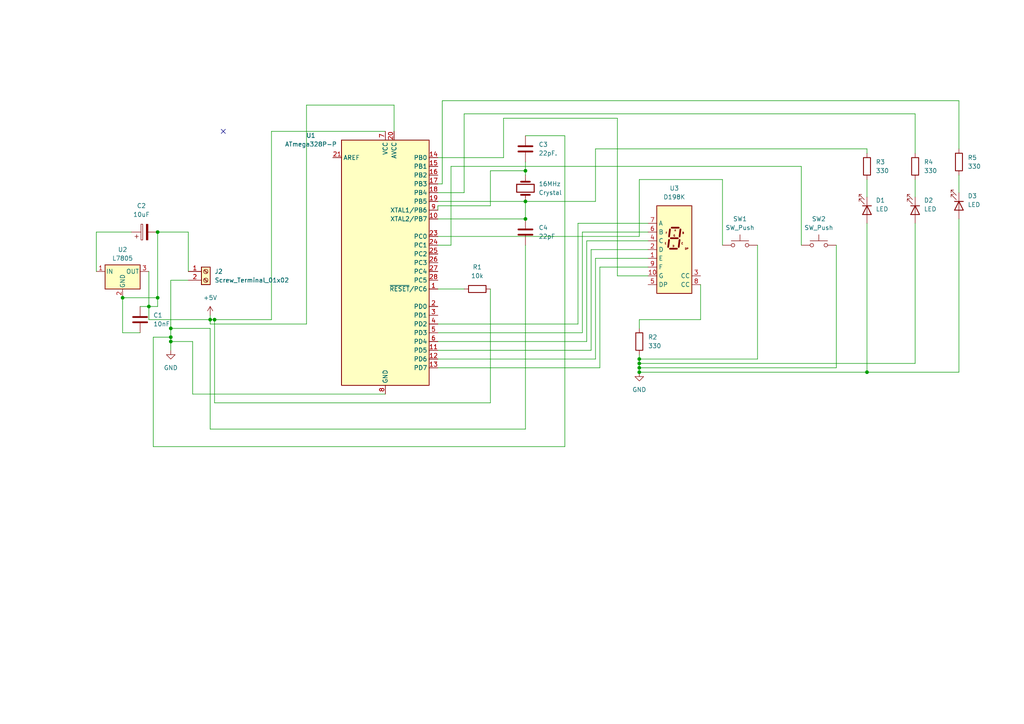
<source format=kicad_sch>
(kicad_sch (version 20250114) (generator "eeschema") (generator_version "9.0")
  (paper "A4")
  (lib_symbols
    (symbol "Connector:Screw_Terminal_01x02" (pin_names (offset 1.016) (hide yes))
      (property "Reference" "J" (at 0 2.54 0))
      (property "Value" "Screw_Terminal_01x02" (at 0 -5.08 0))
      (symbol "Screw_Terminal_01x02_1_1"
        (rectangle (start -1.27 1.27) (end 1.27 -3.81) (stroke (width 0.254)) (fill (type background)))
        (polyline (pts (xy -0.5334 0.3302) (xy 0.3302 -0.508)) (stroke (width 0.1524)))
        (polyline (pts (xy -0.5334 -2.2098) (xy 0.3302 -3.048)) (stroke (width 0.1524)))
        (polyline (pts (xy -0.3556 0.508) (xy 0.508 -0.3302)) (stroke (width 0.1524)))
        (polyline (pts (xy -0.3556 -2.032) (xy 0.508 -2.8702)) (stroke (width 0.1524)))
        (circle (center 0 0) (radius 0.635) (stroke (width 0.1524)))
        (circle (center 0 -2.54) (radius 0.635) (stroke (width 0.1524)))
        (pin passive line (at -5.08 0 0) (length 3.81) (name "Pin_1") (number "1"))
        (pin passive line (at -5.08 -2.54 0) (length 3.81) (name "Pin_2") (number "2"))
      )
    )
    (symbol "Device:C" (pin_numbers (hide yes)) (pin_names (offset 0.254))
      (property "Reference" "C" (at 0.635 2.54 0))
      (property "Value" "C" (at 0.635 -2.54 0))
      (symbol "C_0_1"
        (polyline (pts (xy -2.032 0.762) (xy 2.032 0.762)) (stroke (width 0.508)))
        (polyline (pts (xy -2.032 -0.762) (xy 2.032 -0.762)) (stroke (width 0.508)))
      )
      (symbol "C_1_1"
        (pin passive line (at 0 3.81 270) (length 2.794) (name "~") (number "1"))
        (pin passive line (at 0 -3.81 90) (length 2.794) (name "~") (number "2"))
      )
    )
    (symbol "Device:C_Polarized" (pin_numbers (hide yes)) (pin_names (offset 0.254))
      (property "Reference" "C" (at 0.635 2.54 0))
      (property "Value" "C_Polarized" (at 0.635 -2.54 0))
      (symbol "C_Polarized_0_1"
        (rectangle (start -2.286 0.508) (end 2.286 1.016))
        (polyline (pts (xy -1.778 2.286) (xy -0.762 2.286)))
        (polyline (pts (xy -1.27 2.794) (xy -1.27 1.778)))
        (rectangle (start 2.286 -0.508) (end -2.286 -1.016) (fill (type outline)))
      )
      (symbol "C_Polarized_1_1"
        (pin passive line (at 0 3.81 270) (length 2.794) (name "~") (number "1"))
        (pin passive line (at 0 -3.81 90) (length 2.794) (name "~") (number "2"))
      )
    )
    (symbol "Device:Crystal" (pin_numbers (hide yes)) (pin_names (offset 1.016) (hide yes))
      (property "Reference" "Y" (at 0 3.81 0))
      (property "Value" "Crystal" (at 0 -3.81 0))
      (symbol "Crystal_0_1"
        (polyline (pts (xy -2.54 0) (xy -1.905 0)))
        (polyline (pts (xy -1.905 -1.27) (xy -1.905 1.27)) (stroke (width 0.508)))
        (rectangle (start -1.143 2.54) (end 1.143 -2.54) (stroke (width 0.3048)))
        (polyline (pts (xy 1.905 -1.27) (xy 1.905 1.27)) (stroke (width 0.508)))
        (polyline (pts (xy 2.54 0) (xy 1.905 0)))
      )
      (symbol "Crystal_1_1"
        (pin passive line (at -3.81 0 0) (length 1.27) (name "1") (number "1"))
        (pin passive line (at 3.81 0 180) (length 1.27) (name "2") (number "2"))
      )
    )
    (symbol "Device:LED" (pin_numbers (hide yes)) (pin_names (offset 1.016) (hide yes))
      (property "Reference" "D" (at 0 2.54 0))
      (property "Value" "LED" (at 0 -2.54 0))
      (symbol "LED_0_1"
        (polyline (pts (xy -3.048 -0.762) (xy -4.572 -2.286) (xy -3.81 -2.286) (xy -4.572 -2.286) (xy -4.572 -1.524)))
        (polyline (pts (xy -1.778 -0.762) (xy -3.302 -2.286) (xy -2.54 -2.286) (xy -3.302 -2.286) (xy -3.302 -1.524)))
        (polyline (pts (xy -1.27 0) (xy 1.27 0)))
        (polyline (pts (xy -1.27 -1.27) (xy -1.27 1.27)) (stroke (width 0.254)))
        (polyline (pts (xy 1.27 -1.27) (xy 1.27 1.27) (xy -1.27 0) (xy 1.27 -1.27)) (stroke (width 0.254)))
      )
      (symbol "LED_1_1"
        (pin passive line (at -3.81 0 0) (length 2.54) (name "K") (number "1"))
        (pin passive line (at 3.81 0 180) (length 2.54) (name "A") (number "2"))
      )
    )
    (symbol "Device:R" (pin_numbers (hide yes)) (pin_names (offset 0))
      (property "Reference" "R" (at 2.032 0 90))
      (property "Value" "R" (at 0 0 90))
      (symbol "R_0_1"
        (rectangle (start -1.016 -2.54) (end 1.016 2.54) (stroke (width 0.254)))
      )
      (symbol "R_1_1"
        (pin passive line (at 0 3.81 270) (length 1.27) (name "~") (number "1"))
        (pin passive line (at 0 -3.81 90) (length 1.27) (name "~") (number "2"))
      )
    )
    (symbol "Display_Character:D198K"
      (property "Reference" "U" (at -2.54 13.97 0))
      (property "Value" "D198K" (at 1.27 13.97 0))
      (symbol "D198K_0_0"
        (text "E" (at -2.54 1.778 0) (effects (font (size 0.508 0.508))))
        (text "F" (at -2.286 4.826 0) (effects (font (size 0.508 0.508))))
        (text "D" (at -0.254 1.016 0) (effects (font (size 0.508 0.508))))
        (text "G" (at 0 4.064 0) (effects (font (size 0.508 0.508))))
        (text "A" (at 0.254 5.588 0) (effects (font (size 0.508 0.508))))
        (text "C" (at 2.286 1.778 0) (effects (font (size 0.508 0.508))))
        (text "B" (at 2.54 4.826 0) (effects (font (size 0.508 0.508))))
        (text "DP" (at 3.556 0.254 0) (effects (font (size 0.508 0.508))))
      )
      (symbol "D198K_0_1"
        (rectangle (start -5.08 12.7) (end 5.08 -12.7) (stroke (width 0.254)) (fill (type background)))
        (polyline (pts (xy -1.524 2.794) (xy -1.778 0.762)) (stroke (width 0.508)))
        (polyline (pts (xy -1.27 5.842) (xy -1.524 3.81)) (stroke (width 0.508)))
        (polyline (pts (xy -1.27 0.254) (xy 0.762 0.254)) (stroke (width 0.508)))
        (polyline (pts (xy -1.016 3.302) (xy 1.016 3.302)) (stroke (width 0.508)))
        (polyline (pts (xy -0.762 6.35) (xy 1.27 6.35)) (stroke (width 0.508)))
        (polyline (pts (xy 1.524 2.794) (xy 1.27 0.762)) (stroke (width 0.508)))
        (polyline (pts (xy 1.778 5.842) (xy 1.524 3.81)) (stroke (width 0.508)))
        (polyline (pts (xy 2.54 0.254) (xy 2.54 0.254)) (stroke (width 0.508)))
      )
      (symbol "D198K_1_1"
        (pin input line (at -7.62 7.62 0) (length 2.54) (name "A") (number "7"))
        (pin input line (at -7.62 5.08 0) (length 2.54) (name "B") (number "6"))
        (pin input line (at -7.62 2.54 0) (length 2.54) (name "C") (number "4"))
        (pin input line (at -7.62 0 0) (length 2.54) (name "D") (number "2"))
        (pin input line (at -7.62 -2.54 0) (length 2.54) (name "E") (number "1"))
        (pin input line (at -7.62 -5.08 0) (length 2.54) (name "F") (number "9"))
        (pin input line (at -7.62 -7.62 0) (length 2.54) (name "G") (number "10"))
        (pin input line (at -7.62 -10.16 0) (length 2.54) (name "DP") (number "5"))
        (pin input line (at 7.62 -7.62 180) (length 2.54) (name "CC") (number "3"))
        (pin input line (at 7.62 -10.16 180) (length 2.54) (name "CC") (number "8"))
      )
    )
    (symbol "MCU_Microchip_ATmega:ATmega328P-P"
      (property "Reference" "U" (at -12.7 36.83 0))
      (property "Value" "ATmega328P-P" (at 2.54 -36.83 0))
      (symbol "ATmega328P-P_0_1"
        (rectangle (start -12.7 -35.56) (end 12.7 35.56) (stroke (width 0.254)) (fill (type background)))
      )
      (symbol "ATmega328P-P_1_1"
        (pin passive line (at -15.24 30.48 0) (length 2.54) (name "AREF") (number "21"))
        (pin power_in line (at 0 38.1 270) (length 2.54) (name "VCC") (number "7"))
        (pin passive line (at 0 -38.1 90) (length 2.54) (hide yes) (name "GND") (number "22"))
        (pin power_in line (at 0 -38.1 90) (length 2.54) (name "GND") (number "8"))
        (pin power_in line (at 2.54 38.1 270) (length 2.54) (name "AVCC") (number "20"))
        (pin bidirectional line (at 15.24 30.48 180) (length 2.54) (name "PB0") (number "14"))
        (pin bidirectional line (at 15.24 27.94 180) (length 2.54) (name "PB1") (number "15"))
        (pin bidirectional line (at 15.24 25.4 180) (length 2.54) (name "PB2") (number "16"))
        (pin bidirectional line (at 15.24 22.86 180) (length 2.54) (name "PB3") (number "17"))
        (pin bidirectional line (at 15.24 20.32 180) (length 2.54) (name "PB4") (number "18"))
        (pin bidirectional line (at 15.24 17.78 180) (length 2.54) (name "PB5") (number "19"))
        (pin bidirectional line (at 15.24 15.24 180) (length 2.54) (name "XTAL1/PB6") (number "9"))
        (pin bidirectional line (at 15.24 12.7 180) (length 2.54) (name "XTAL2/PB7") (number "10"))
        (pin bidirectional line (at 15.24 7.62 180) (length 2.54) (name "PC0") (number "23"))
        (pin bidirectional line (at 15.24 5.08 180) (length 2.54) (name "PC1") (number "24"))
        (pin bidirectional line (at 15.24 2.54 180) (length 2.54) (name "PC2") (number "25"))
        (pin bidirectional line (at 15.24 0 180) (length 2.54) (name "PC3") (number "26"))
        (pin bidirectional line (at 15.24 -2.54 180) (length 2.54) (name "PC4") (number "27"))
        (pin bidirectional line (at 15.24 -5.08 180) (length 2.54) (name "PC5") (number "28"))
        (pin bidirectional line (at 15.24 -7.62 180) (length 2.54) (name "~{RESET}/PC6") (number "1"))
        (pin bidirectional line (at 15.24 -12.7 180) (length 2.54) (name "PD0") (number "2"))
        (pin bidirectional line (at 15.24 -15.24 180) (length 2.54) (name "PD1") (number "3"))
        (pin bidirectional line (at 15.24 -17.78 180) (length 2.54) (name "PD2") (number "4"))
        (pin bidirectional line (at 15.24 -20.32 180) (length 2.54) (name "PD3") (number "5"))
        (pin bidirectional line (at 15.24 -22.86 180) (length 2.54) (name "PD4") (number "6"))
        (pin bidirectional line (at 15.24 -25.4 180) (length 2.54) (name "PD5") (number "11"))
        (pin bidirectional line (at 15.24 -27.94 180) (length 2.54) (name "PD6") (number "12"))
        (pin bidirectional line (at 15.24 -30.48 180) (length 2.54) (name "PD7") (number "13"))
      )
    )
    (symbol "Regulator_Linear:L7805" (pin_names (offset 0.254))
      (property "Reference" "U" (at -3.81 3.175 0))
      (property "Value" "L7805" (at 0 3.175 0))
      (symbol "L7805_0_1"
        (rectangle (start -5.08 1.905) (end 5.08 -5.08) (stroke (width 0.254)) (fill (type background)))
      )
      (symbol "L7805_1_1"
        (pin power_in line (at -7.62 0 0) (length 2.54) (name "IN") (number "1"))
        (pin power_in line (at 0 -7.62 90) (length 2.54) (name "GND") (number "2"))
        (pin power_out line (at 7.62 0 180) (length 2.54) (name "OUT") (number "3"))
      )
    )
    (symbol "Switch:SW_Push" (pin_numbers (hide yes)) (pin_names (offset 1.016) (hide yes))
      (property "Reference" "SW" (at 1.27 2.54 0))
      (property "Value" "SW_Push" (at 0 -1.524 0))
      (symbol "SW_Push_0_1"
        (circle (center -2.032 0) (radius 0.508))
        (polyline (pts (xy 0 1.27) (xy 0 3.048)))
        (circle (center 2.032 0) (radius 0.508))
        (polyline (pts (xy 2.54 1.27) (xy -2.54 1.27)))
        (pin passive line (at -5.08 0 0) (length 2.54) (name "1") (number "1"))
        (pin passive line (at 5.08 0 180) (length 2.54) (name "2") (number "2"))
      )
    )
    (symbol "power:+5V" (power) (pin_numbers (hide yes)) (pin_names (offset 0) (hide yes))
      (property "Value" "+5V" (at 0 3.556 0))
      (symbol "+5V_0_1"
        (polyline (pts (xy -0.762 1.27) (xy 0 2.54)))
        (polyline (pts (xy 0 2.54) (xy 0.762 1.27)))
        (polyline (pts (xy 0 0) (xy 0 2.54)))
      )
      (symbol "+5V_1_1"
        (pin power_in line (at 0 0 90) (length 0) (name "~") (number "1"))
      )
    )
    (symbol "power:GND" (power) (pin_numbers (hide yes)) (pin_names (offset 0) (hide yes))
      (property "Value" "GND" (at 0 -3.81 0))
      (symbol "GND_0_1"
        (polyline (pts (xy 0 0) (xy 0 -1.27) (xy 1.27 -1.27) (xy 0 -2.54) (xy -1.27 -1.27) (xy 0 -1.27)))
      )
      (symbol "GND_1_1"
        (pin power_in line (at 0 0 270) (length 0) (name "~") (number "1"))
      )
    )
  )
  (junction (at 62.23 92.71))
  (junction (at 49.53 99.06))
  (junction (at 49.53 95.25))
  (junction (at 60.96 92.71))
  (junction (at 43.18 88.9))
  (junction (at 251.46 107.95))
  (junction (at 45.72 86.36))
  (junction (at 185.42 104.14))
  (junction (at 49.53 97.79))
  (junction (at 185.42 105.41))
  (junction (at 152.4 49.53))
  (junction (at 152.4 63.5))
  (junction (at 152.4 58.42))
  (junction (at 185.42 107.95))
  (junction (at 35.56 86.36))
  (junction (at 185.42 106.68))
  (junction (at 45.72 67.31))
  (no_connect (at 64.77 38.1))
  (wire (pts (xy 163.83 129.54) (xy 44.45 129.54)))
  (wire (pts (xy 60.96 93.98) (xy 88.9 93.98)))
  (wire (pts (xy 265.43 64.77) (xy 265.43 105.41)))
  (wire (pts (xy 128.27 53.34) (xy 128.27 29.21)))
  (wire (pts (xy 127 68.58) (xy 185.42 68.58)))
  (wire (pts (xy 60.96 92.71) (xy 60.96 91.44)))
  (wire (pts (xy 142.24 116.84) (xy 62.23 116.84)))
  (wire (pts (xy 152.4 49.53) (xy 152.4 50.8)))
  (wire (pts (xy 54.61 67.31) (xy 45.72 67.31)))
  (wire (pts (xy 43.18 88.9) (xy 40.64 88.9)))
  (wire (pts (xy 185.42 102.87) (xy 185.42 104.14)))
  (wire (pts (xy 127 63.5) (xy 152.4 63.5)))
  (wire (pts (xy 127 53.34) (xy 128.27 53.34)))
  (wire (pts (xy 163.83 39.37) (xy 163.83 129.54)))
  (wire (pts (xy 152.4 46.99) (xy 152.4 49.53)))
  (wire (pts (xy 185.42 106.68) (xy 185.42 107.95)))
  (wire (pts (xy 142.24 49.53) (xy 152.4 49.53)))
  (wire (pts (xy 265.43 33.02) (xy 134.62 33.02)))
  (wire (pts (xy 127 101.6) (xy 171.45 101.6)))
  (wire (pts (xy 127 99.06) (xy 170.18 99.06)))
  (wire (pts (xy 170.18 69.85) (xy 187.96 69.85)))
  (wire (pts (xy 251.46 64.77) (xy 251.46 107.95)))
  (wire (pts (xy 170.18 99.06) (xy 170.18 69.85)))
  (wire (pts (xy 134.62 55.88) (xy 127 55.88)))
  (wire (pts (xy 168.91 67.31) (xy 187.96 67.31)))
  (wire (pts (xy 127 59.69) (xy 127 60.96)))
  (wire (pts (xy 185.42 107.95) (xy 251.46 107.95)))
  (wire (pts (xy 265.43 105.41) (xy 185.42 105.41)))
  (wire (pts (xy 219.71 104.14) (xy 185.42 104.14)))
  (wire (pts (xy 49.53 81.28) (xy 49.53 95.25)))
  (wire (pts (xy 167.64 93.98) (xy 167.64 64.77)))
  (wire (pts (xy 185.42 104.14) (xy 185.42 105.41)))
  (wire (pts (xy 172.72 43.18) (xy 251.46 43.18)))
  (wire (pts (xy 172.72 58.42) (xy 172.72 43.18)))
  (wire (pts (xy 62.23 92.71) (xy 78.74 92.71)))
  (wire (pts (xy 60.96 95.25) (xy 60.96 124.46)))
  (wire (pts (xy 45.72 88.9) (xy 43.18 88.9)))
  (wire (pts (xy 209.55 52.07) (xy 209.55 71.12)))
  (wire (pts (xy 232.41 48.26) (xy 130.81 48.26)))
  (wire (pts (xy 134.62 33.02) (xy 134.62 55.88)))
  (wire (pts (xy 55.88 114.3) (xy 55.88 99.06)))
  (wire (pts (xy 35.56 96.52) (xy 35.56 86.36)))
  (wire (pts (xy 60.96 93.98) (xy 60.96 92.71)))
  (wire (pts (xy 278.13 63.5) (xy 278.13 107.95)))
  (wire (pts (xy 251.46 43.18) (xy 251.46 44.45)))
  (wire (pts (xy 111.76 38.1) (xy 78.74 38.1)))
  (wire (pts (xy 127 96.52) (xy 168.91 96.52)))
  (wire (pts (xy 172.72 104.14) (xy 172.72 74.93)))
  (wire (pts (xy 49.53 97.79) (xy 49.53 99.06)))
  (wire (pts (xy 142.24 83.82) (xy 142.24 116.84)))
  (wire (pts (xy 152.4 58.42) (xy 152.4 63.5)))
  (wire (pts (xy 54.61 81.28) (xy 49.53 81.28)))
  (wire (pts (xy 45.72 86.36) (xy 35.56 86.36)))
  (wire (pts (xy 127 104.14) (xy 172.72 104.14)))
  (wire (pts (xy 43.18 78.74) (xy 43.18 88.9)))
  (wire (pts (xy 146.05 45.72) (xy 146.05 34.29)))
  (wire (pts (xy 127 58.42) (xy 152.4 58.42)))
  (wire (pts (xy 185.42 105.41) (xy 185.42 106.68)))
  (wire (pts (xy 167.64 64.77) (xy 187.96 64.77)))
  (wire (pts (xy 88.9 93.98) (xy 88.9 30.48)))
  (wire (pts (xy 127 83.82) (xy 134.62 83.82)))
  (wire (pts (xy 265.43 44.45) (xy 265.43 33.02)))
  (wire (pts (xy 127 106.68) (xy 173.99 106.68)))
  (wire (pts (xy 242.57 106.68) (xy 185.42 106.68)))
  (wire (pts (xy 49.53 99.06) (xy 49.53 101.6)))
  (wire (pts (xy 49.53 95.25) (xy 60.96 95.25)))
  (wire (pts (xy 173.99 77.47) (xy 187.96 77.47)))
  (wire (pts (xy 40.64 96.52) (xy 35.56 96.52)))
  (wire (pts (xy 185.42 52.07) (xy 209.55 52.07)))
  (wire (pts (xy 128.27 29.21) (xy 278.13 29.21)))
  (wire (pts (xy 45.72 86.36) (xy 45.72 88.9)))
  (wire (pts (xy 185.42 68.58) (xy 185.42 52.07)))
  (wire (pts (xy 171.45 101.6) (xy 171.45 72.39)))
  (wire (pts (xy 43.18 88.9) (xy 43.18 92.71)))
  (wire (pts (xy 60.96 124.46) (xy 152.4 124.46)))
  (wire (pts (xy 78.74 38.1) (xy 78.74 92.71)))
  (wire (pts (xy 171.45 72.39) (xy 187.96 72.39)))
  (wire (pts (xy 179.07 80.01) (xy 187.96 80.01)))
  (wire (pts (xy 251.46 107.95) (xy 278.13 107.95)))
  (wire (pts (xy 55.88 99.06) (xy 49.53 99.06)))
  (wire (pts (xy 172.72 74.93) (xy 187.96 74.93)))
  (wire (pts (xy 185.42 92.71) (xy 185.42 95.25)))
  (wire (pts (xy 152.4 39.37) (xy 163.83 39.37)))
  (wire (pts (xy 142.24 59.69) (xy 127 59.69)))
  (wire (pts (xy 168.91 96.52) (xy 168.91 67.31)))
  (wire (pts (xy 114.3 30.48) (xy 114.3 38.1)))
  (wire (pts (xy 27.94 67.31) (xy 27.94 78.74)))
  (wire (pts (xy 232.41 71.12) (xy 232.41 48.26)))
  (wire (pts (xy 45.72 67.31) (xy 45.72 86.36)))
  (wire (pts (xy 130.81 71.12) (xy 127 71.12)))
  (wire (pts (xy 146.05 34.29) (xy 179.07 34.29)))
  (wire (pts (xy 54.61 67.31) (xy 54.61 78.74)))
  (wire (pts (xy 62.23 116.84) (xy 62.23 92.71)))
  (wire (pts (xy 127 93.98) (xy 167.64 93.98)))
  (wire (pts (xy 152.4 58.42) (xy 172.72 58.42)))
  (wire (pts (xy 130.81 48.26) (xy 130.81 71.12)))
  (wire (pts (xy 278.13 50.8) (xy 278.13 55.88)))
  (wire (pts (xy 278.13 29.21) (xy 278.13 43.18)))
  (wire (pts (xy 43.18 92.71) (xy 60.96 92.71)))
  (wire (pts (xy 44.45 97.79) (xy 49.53 97.79)))
  (wire (pts (xy 173.99 106.68) (xy 173.99 77.47)))
  (wire (pts (xy 265.43 52.07) (xy 265.43 57.15)))
  (wire (pts (xy 152.4 71.12) (xy 152.4 124.46)))
  (wire (pts (xy 88.9 30.48) (xy 114.3 30.48)))
  (wire (pts (xy 203.2 92.71) (xy 185.42 92.71)))
  (wire (pts (xy 242.57 71.12) (xy 242.57 106.68)))
  (wire (pts (xy 44.45 97.79) (xy 44.45 129.54)))
  (wire (pts (xy 38.1 67.31) (xy 27.94 67.31)))
  (wire (pts (xy 142.24 49.53) (xy 142.24 59.69)))
  (wire (pts (xy 251.46 52.07) (xy 251.46 57.15)))
  (wire (pts (xy 203.2 82.55) (xy 203.2 92.71)))
  (wire (pts (xy 60.96 92.71) (xy 62.23 92.71)))
  (wire (pts (xy 111.76 114.3) (xy 55.88 114.3)))
  (wire (pts (xy 127 45.72) (xy 146.05 45.72)))
  (wire (pts (xy 49.53 95.25) (xy 49.53 97.79)))
  (wire (pts (xy 219.71 71.12) (xy 219.71 104.14)))
  (wire (pts (xy 179.07 34.29) (xy 179.07 80.01)))
  (symbol (lib_id "power:+5V") (at 60.96 91.44 0) (unit 1)
    (property "Reference" "#PWR02" (effects (hide yes)))
    (property "Value" "+5V" (at 60.96 86.36 0))
    (property "Description" "Power symbol creates a global label with name \"+5V\"" (effects (hide yes)))
  )
  (symbol (lib_id "Device:R") (at 265.43 48.26 0) (unit 1)
    (property "Reference" "R4" (at 267.97 46.9899 0) (effects (justify left)))
    (property "Value" "330" (at 267.97 49.5299 0) (effects (justify left)))
    (property "Footprint" "Resistor_THT:R_Axial_DIN0207_L6.3mm_D2.5mm_P7.62mm_Horizontal" (effects (hide yes)))
    (property "Description" "Resistor" (effects (hide yes)))
  )
  (symbol (lib_id "Device:C") (at 152.4 43.18 0) (unit 1)
    (property "Reference" "C3" (at 156.21 41.9099 0) (effects (justify left)))
    (property "Value" "22pF." (at 156.21 44.4499 0) (effects (justify left)))
    (property "Footprint" "Capacitor_THT:C_Disc_D3.0mm_W1.6mm_P2.50mm" (effects (hide yes)))
    (property "Description" "Unpolarized capacitor" (effects (hide yes)))
  )
  (symbol (lib_id "Switch:SW_Push") (at 237.49 71.12 0) (unit 1)
    (property "Reference" "SW2" (at 237.49 63.5 0))
    (property "Value" "SW_Push" (at 237.49 66.04 0))
    (property "Footprint" "Button_Switch_THT:SW_PUSH_6mm" (effects (hide yes)))
    (property "Description" "Push button switch, generic, two pins" (effects (hide yes)))
  )
  (symbol (lib_id "Switch:SW_Push") (at 214.63 71.12 0) (unit 1)
    (property "Reference" "SW1" (at 214.63 63.5 0))
    (property "Value" "SW_Push" (at 214.63 66.04 0))
    (property "Footprint" "Button_Switch_THT:SW_PUSH_6mm" (effects (hide yes)))
    (property "Description" "Push button switch, generic, two pins" (effects (hide yes)))
  )
  (symbol (lib_id "Device:R") (at 185.42 99.06 0) (unit 1)
    (property "Reference" "R2" (at 187.96 97.7899 0) (effects (justify left)))
    (property "Value" "330" (at 187.96 100.3299 0) (effects (justify left)))
    (property "Footprint" "Resistor_THT:R_Axial_DIN0207_L6.3mm_D2.5mm_P7.62mm_Horizontal" (effects (hide yes)))
    (property "Description" "Resistor" (effects (hide yes)))
  )
  (symbol (lib_id "Device:LED") (at 265.43 60.96 270) (unit 1)
    (property "Reference" "D2" (at 267.97 58.1024 90) (effects (justify left)))
    (property "Value" "LED" (at 267.97 60.6424 90) (effects (justify left)))
    (property "Footprint" "LED_THT:LED_D5.0mm" (effects (hide yes)))
    (property "Description" "Light emitting diode" (effects (hide yes)))
    (property "Sim.Pins" "1=K 2=A" (effects (hide yes)))
  )
  (symbol (lib_id "Device:C") (at 40.64 92.71 0) (unit 1)
    (property "Reference" "C1" (at 44.45 91.4399 0) (effects (justify left)))
    (property "Value" "10nF" (at 44.45 93.9799 0) (effects (justify left)))
    (property "Footprint" "Capacitor_THT:C_Disc_D3.0mm_W1.6mm_P2.50mm" (effects (hide yes)))
    (property "Description" "Unpolarized capacitor" (effects (hide yes)))
  )
  (symbol (lib_id "MCU_Microchip_ATmega:ATmega328P-P") (at 111.76 76.2 0) (unit 1)
    (property "Reference" "U1" (at 90.17 39.2998 0))
    (property "Value" "ATmega328P-P" (at 90.17 41.8398 0))
    (property "Footprint" "Package_DIP:DIP-28_W7.62mm" (effects (hide yes)))
    (property "Datasheet" "http://ww1.microchip.com/downloads/en/DeviceDoc/ATmega328_P%20AVR%20MCU%20with%20picoPower%20Technology%20Data%20Sheet%2040001984A.pdf" (effects (hide yes)))
    (property "Description" "20MHz, 32kB Flash, 2kB SRAM, 1kB EEPROM, DIP-28" (effects (hide yes)))
  )
  (symbol (lib_id "Device:R") (at 278.13 46.99 0) (unit 1)
    (property "Reference" "R5" (at 280.67 45.7199 0) (effects (justify left)))
    (property "Value" "330" (at 280.67 48.2599 0) (effects (justify left)))
    (property "Footprint" "Resistor_THT:R_Axial_DIN0207_L6.3mm_D2.5mm_P7.62mm_Horizontal" (effects (hide yes)))
    (property "Description" "Resistor" (effects (hide yes)))
  )
  (symbol (lib_id "Device:C_Polarized") (at 41.91 67.31 90) (unit 1)
    (property "Reference" "C2" (at 41.021 59.69 90))
    (property "Value" "10uF" (at 41.021 62.23 90))
    (property "Footprint" "Capacitor_THT:C_Radial_D5.0mm_H5.0mm_P2.00mm" (effects (hide yes)))
    (property "Description" "Polarized capacitor" (effects (hide yes)))
  )
  (symbol (lib_id "Display_Character:D198K") (at 195.58 72.39 0) (unit 1)
    (property "Reference" "U3" (at 195.58 54.61 0))
    (property "Value" "D198K" (at 195.58 57.15 0))
    (property "Footprint" "Display_7Segment:D1X8K" (effects (hide yes)))
    (property "Datasheet" "https://ia800903.us.archive.org/24/items/CTKD1x8K/Cromatek%20D168K.pdf" (effects (hide yes)))
    (property "Description" "One digit 7 segment orangish-red LED, low current, common cathode" (effects (hide yes)))
  )
  (symbol (lib_id "Device:R") (at 251.46 48.26 0) (unit 1)
    (property "Reference" "R3" (at 254 46.9899 0) (effects (justify left)))
    (property "Value" "330" (at 254 49.5299 0) (effects (justify left)))
    (property "Footprint" "Resistor_THT:R_Axial_DIN0207_L6.3mm_D2.5mm_P7.62mm_Horizontal" (effects (hide yes)))
    (property "Description" "Resistor" (effects (hide yes)))
  )
  (symbol (lib_id "Device:Crystal") (at 152.4 54.61 90) (unit 1)
    (property "Reference" "16MHz" (at 156.21 53.3399 90) (effects (justify right)))
    (property "Value" "Crystal" (at 156.21 55.8799 90) (effects (justify right)))
    (property "Footprint" "Crystal:Crystal_HC49-4H_Vertical" (effects (hide yes)))
    (property "Description" "Two pin crystal" (effects (hide yes)))
  )
  (symbol (lib_id "Device:LED") (at 278.13 59.69 270) (unit 1)
    (property "Reference" "D3" (at 280.67 56.8324 90) (effects (justify left)))
    (property "Value" "LED" (at 280.67 59.3724 90) (effects (justify left)))
    (property "Footprint" "LED_THT:LED_D5.0mm" (effects (hide yes)))
    (property "Description" "Light emitting diode" (effects (hide yes)))
    (property "Sim.Pins" "1=K 2=A" (effects (hide yes)))
  )
  (symbol (lib_id "Device:LED") (at 251.46 60.96 270) (unit 1)
    (property "Reference" "D1" (at 254 58.1024 90) (effects (justify left)))
    (property "Value" "LED" (at 254 60.6424 90) (effects (justify left)))
    (property "Footprint" "LED_THT:LED_D5.0mm" (effects (hide yes)))
    (property "Description" "Light emitting diode" (effects (hide yes)))
    (property "Sim.Pins" "1=K 2=A" (effects (hide yes)))
  )
  (symbol (lib_id "Regulator_Linear:L7805") (at 35.56 78.74 0) (unit 1)
    (property "Reference" "U2" (at 35.56 72.39 0))
    (property "Value" "L7805" (at 35.56 74.93 0))
    (property "Footprint" "Package_TO_SOT_THT:TO-220-3_Vertical" (effects (hide yes)))
    (property "Datasheet" "http://www.st.com/content/ccc/resource/technical/document/datasheet/41/4f/b3/b0/12/d4/47/88/CD00000444.pdf/files/CD00000444.pdf/jcr:content/translations/en.CD00000444.pdf" (effects (hide yes)))
    (property "Description" "Positive 1.5A 35V Linear Regulator, Fixed Output 5V, TO-220/TO-263/TO-252" (effects (hide yes)))
  )
  (symbol (lib_id "power:GND") (at 49.53 101.6 0) (unit 1)
    (property "Reference" "#PWR01" (effects (hide yes)))
    (property "Value" "GND" (at 49.53 106.68 0))
    (property "Description" "Power symbol creates a global label with name \"GND\" , ground" (effects (hide yes)))
  )
  (symbol (lib_id "Device:R") (at 138.43 83.82 270) (unit 1)
    (property "Reference" "R1" (at 138.43 77.47 90))
    (property "Value" "10k" (at 138.43 80.01 90))
    (property "Footprint" "Resistor_THT:R_Axial_DIN0207_L6.3mm_D2.5mm_P7.62mm_Horizontal" (effects (hide yes)))
    (property "Description" "Resistor" (effects (hide yes)))
  )
  (symbol (lib_id "Connector:Screw_Terminal_01x02") (at 59.69 78.74 0) (unit 1)
    (property "Reference" "J2" (at 62.23 78.7399 0) (effects (justify left)))
    (property "Value" "Screw_Terminal_01x02" (at 62.23 81.2799 0) (effects (justify left)))
    (property "Footprint" "TerminalBlock_Phoenix:TerminalBlock_Phoenix_PT-1,5-2-5.0-H_1x02_P5.00mm_Horizontal" (effects (hide yes)))
    (property "Description" "Generic screw terminal, single row, 01x02, script generated (kicad-library-utils/schlib/autogen/connector/)" (effects (hide yes)))
  )
  (symbol (lib_id "Device:C") (at 152.4 67.31 0) (unit 1)
    (property "Reference" "C4" (at 156.21 66.0399 0) (effects (justify left)))
    (property "Value" "22pF" (at 156.21 68.5799 0) (effects (justify left)))
    (property "Footprint" "Capacitor_THT:C_Disc_D3.0mm_W1.6mm_P2.50mm" (effects (hide yes)))
    (property "Description" "Unpolarized capacitor" (effects (hide yes)))
  )
  (symbol (lib_id "power:GND") (at 185.42 107.95 0) (unit 1)
    (property "Reference" "#PWR03" (effects (hide yes)))
    (property "Value" "GND" (at 185.42 113.03 0))
    (property "Description" "Power symbol creates a global label with name \"GND\" , ground" (effects (hide yes)))
  )
)
</source>
